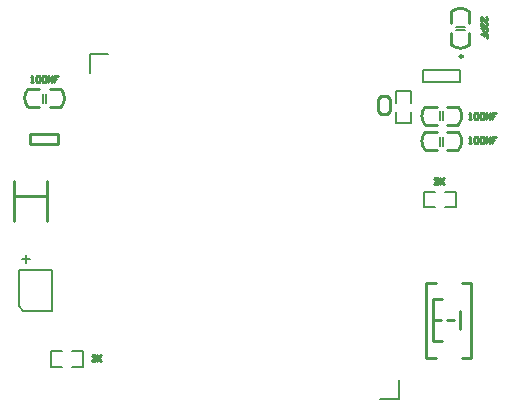
<source format=gto>
G04*
G04 #@! TF.GenerationSoftware,Altium Limited,Altium Designer,21.5.1 (32)*
G04*
G04 Layer_Color=65535*
%FSLAX25Y25*%
%MOIN*%
G70*
G04*
G04 #@! TF.SameCoordinates,7B5D3A8B-CDFD-4B31-A324-F985B6E4613D*
G04*
G04*
G04 #@! TF.FilePolarity,Positive*
G04*
G01*
G75*
%ADD10C,0.01000*%
%ADD11C,0.00984*%
%ADD12C,0.00500*%
%ADD13C,0.00787*%
%ADD14C,0.00800*%
D10*
X18048Y99044D02*
G03*
X18100Y104900I-3492J2959D01*
G01*
X6952Y104956D02*
G03*
X6900Y99100I3492J-2959D01*
G01*
X150448Y84744D02*
G03*
X150500Y90600I-3492J2959D01*
G01*
X139352Y90656D02*
G03*
X139300Y84800I3492J-2959D01*
G01*
X150448Y93144D02*
G03*
X150500Y99000I-3492J2959D01*
G01*
X139352Y99056D02*
G03*
X139300Y93200I3492J-2959D01*
G01*
X154056Y130848D02*
G03*
X148200Y130900I-2959J-3492D01*
G01*
X148144Y119752D02*
G03*
X154000Y119700I2959J3492D01*
G01*
X7000Y99000D02*
X10700Y99000D01*
X7000Y105000D02*
X10700Y105000D01*
X14200D02*
X18000Y105000D01*
X14200Y99000D02*
X17900Y99000D01*
X139500Y90700D02*
X143200D01*
X139400Y84700D02*
X143200D01*
X146700Y84700D02*
X150400Y84700D01*
X146700Y90700D02*
X150400Y90700D01*
X139500Y99100D02*
X143200Y99100D01*
X139400Y93100D02*
X143200Y93100D01*
X146700D02*
X150400Y93100D01*
X146700Y99100D02*
X150400Y99100D01*
X148100Y123600D02*
X148100Y119900D01*
X154100Y119800D02*
X154100Y123600D01*
X154100Y130800D02*
X154100Y127100D01*
X148100D02*
X148100Y130800D01*
X151700Y40259D02*
X154580D01*
X151700Y15456D02*
X154580D01*
X139620Y40259D02*
X142900D01*
X139620Y15456D02*
X142900D01*
X154580D02*
Y40259D01*
X139620Y15456D02*
Y40259D01*
X142100Y35100D02*
X145000D01*
X142100Y21100D02*
Y35100D01*
Y21100D02*
X145000D01*
X151100Y25100D02*
Y31000D01*
X146500Y28100D02*
X149100D01*
X142100D02*
X144700D01*
X2188Y69372D02*
X13212D01*
Y61104D02*
Y74490D01*
X2188Y61104D02*
Y74490D01*
X7515Y86907D02*
X7515Y90057D01*
X7515Y86907D02*
X16964D01*
Y90057D01*
X7515Y90057D02*
X16964Y90057D01*
X7972Y107316D02*
X8628D01*
X8300D01*
Y109284D01*
X7972Y108956D01*
X9612D02*
X9940Y109284D01*
X10596D01*
X10924Y108956D01*
Y107644D01*
X10596Y107316D01*
X9940D01*
X9612Y107644D01*
Y108956D01*
X11580D02*
X11908Y109284D01*
X12564D01*
X12892Y108956D01*
Y107644D01*
X12564Y107316D01*
X11908D01*
X11580Y107644D01*
Y108956D01*
X13548Y107316D02*
Y109284D01*
X14860Y107316D01*
Y109284D01*
X16828D02*
X15516D01*
Y108300D01*
X16172D01*
X15516D01*
Y107316D01*
X29472Y14516D02*
X28160D01*
X29472Y15828D01*
Y16156D01*
X29144Y16484D01*
X28488D01*
X28160Y16156D01*
X30128Y16484D02*
Y14516D01*
Y15172D01*
X31440Y16484D01*
X30456Y15500D01*
X31440Y14516D01*
X143572Y73316D02*
X142260D01*
X143572Y74628D01*
Y74956D01*
X143244Y75284D01*
X142588D01*
X142260Y74956D01*
X144228Y75284D02*
Y73316D01*
Y73972D01*
X145540Y75284D01*
X144556Y74300D01*
X145540Y73316D01*
X153972Y87116D02*
X154628D01*
X154300D01*
Y89084D01*
X153972Y88756D01*
X155612D02*
X155940Y89084D01*
X156596D01*
X156924Y88756D01*
Y87444D01*
X156596Y87116D01*
X155940D01*
X155612Y87444D01*
Y88756D01*
X157580D02*
X157908Y89084D01*
X158564D01*
X158892Y88756D01*
Y87444D01*
X158564Y87116D01*
X157908D01*
X157580Y87444D01*
Y88756D01*
X159548Y87116D02*
Y89084D01*
X160860Y87116D01*
Y89084D01*
X162828D02*
X161516D01*
Y88100D01*
X162172D01*
X161516D01*
Y87116D01*
X153972Y95216D02*
X154628D01*
X154300D01*
Y97184D01*
X153972Y96856D01*
X155612D02*
X155940Y97184D01*
X156596D01*
X156924Y96856D01*
Y95544D01*
X156596Y95216D01*
X155940D01*
X155612Y95544D01*
Y96856D01*
X157580D02*
X157908Y97184D01*
X158564D01*
X158892Y96856D01*
Y95544D01*
X158564Y95216D01*
X157908D01*
X157580Y95544D01*
Y96856D01*
X159548Y95216D02*
Y97184D01*
X160860Y95216D01*
Y97184D01*
X162828D02*
X161516D01*
Y96200D01*
X162172D01*
X161516D01*
Y95216D01*
X157916Y127896D02*
Y129208D01*
X159228Y127896D01*
X159556D01*
X159884Y128224D01*
Y128880D01*
X159556Y129208D01*
X157916Y125928D02*
Y127240D01*
X159228Y125928D01*
X159556D01*
X159884Y126256D01*
Y126912D01*
X159556Y127240D01*
X157916Y125272D02*
X159884D01*
Y124288D01*
X159556Y123960D01*
X158900D01*
X158572Y124288D01*
Y125272D01*
X159884Y121992D02*
Y123304D01*
X158900D01*
Y122648D01*
Y123304D01*
X157916D01*
X123601Y101599D02*
X124600Y102599D01*
X126600D01*
X127599Y101599D01*
Y97601D01*
X126600Y96601D01*
X124600D01*
X123601Y97601D01*
Y101599D01*
D11*
X151888Y115900D02*
G03*
X151888Y115900I-492J0D01*
G01*
D12*
X12937Y100517D02*
Y103470D01*
X11953Y100517D02*
Y103470D01*
X145447Y86230D02*
Y89183D01*
X144463Y86230D02*
Y89183D01*
X145447Y94630D02*
Y97583D01*
X144463Y94630D02*
Y97583D01*
X149617Y125847D02*
X152570D01*
X149617Y124863D02*
X152570D01*
D13*
X14685Y12541D02*
Y17659D01*
X25315Y12541D02*
Y17659D01*
X21575Y12541D02*
X25315Y12541D01*
X14685D02*
X18425Y12541D01*
X21575Y17659D02*
X25315Y17659D01*
X14685Y17659D02*
X18425D01*
X145875Y65741D02*
X149615Y65741D01*
X138985D02*
X142725Y65741D01*
X145875Y70859D02*
X149615Y70859D01*
X138985D02*
X142725Y70859D01*
X138985Y65741D02*
Y70859D01*
X149615Y65741D02*
Y70859D01*
X134659Y104289D02*
X134659Y100549D01*
X134659Y93659D02*
X134659Y97399D01*
X129541Y100549D02*
X129541Y104289D01*
X129541Y97399D02*
X129541Y93659D01*
X134659D01*
X129541Y104289D02*
X134659D01*
X5400Y31101D02*
X15100D01*
X3900Y32601D02*
X5400Y31101D01*
X3900Y32601D02*
Y44901D01*
X15100Y31101D02*
X15100Y44901D01*
X3900D02*
X15100D01*
X151002Y107400D02*
Y111369D01*
X138798Y111369D02*
X138798Y107400D01*
X138798Y111369D02*
X151002Y111369D01*
X138798Y107400D02*
X151002D01*
X7700Y48332D02*
X5076D01*
X6388Y47020D02*
Y49644D01*
D14*
X27506Y110470D02*
Y116769D01*
X33806D01*
X130498Y1730D02*
Y8029D01*
X124199Y1730D02*
X130498D01*
M02*

</source>
